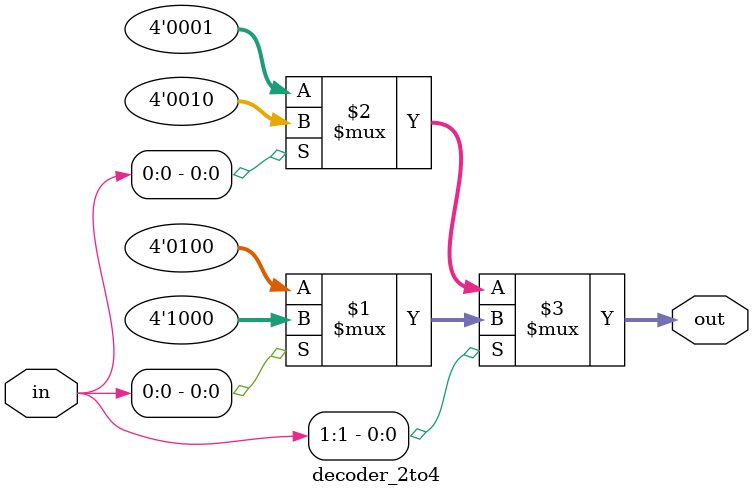
<source format=v>
`ifndef DECODER_2TO4_V
`define DECODER_2TO4_V

module decoder_2to4(
  input [1:0] in,
  output [3:0] out
);
  assign out = in[1] ? (in[0] ? 4'b1000 : 4'b0100) : (in[0] ? 4'b0010 : 4'b0001);
endmodule

`endif

</source>
